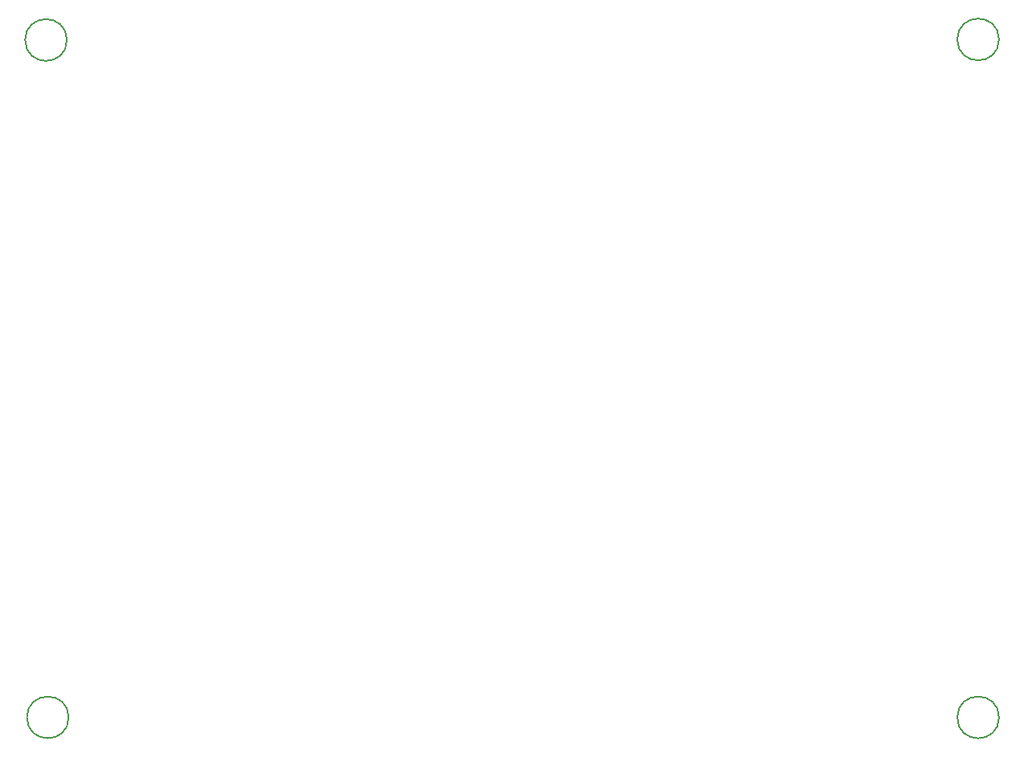
<source format=gbr>
%TF.GenerationSoftware,KiCad,Pcbnew,7.0.9*%
%TF.CreationDate,2024-05-06T10:06:48+02:00*%
%TF.ProjectId,Kicad_Passage_A_niveau_Stockage,4b696361-645f-4506-9173-736167655f41,rev?*%
%TF.SameCoordinates,Original*%
%TF.FileFunction,Other,Comment*%
%FSLAX46Y46*%
G04 Gerber Fmt 4.6, Leading zero omitted, Abs format (unit mm)*
G04 Created by KiCad (PCBNEW 7.0.9) date 2024-05-06 10:06:48*
%MOMM*%
%LPD*%
G01*
G04 APERTURE LIST*
%ADD10C,0.150000*%
G04 APERTURE END LIST*
D10*
%TO.C,REF3*%
X169097000Y-105226000D02*
G75*
G03*
X169097000Y-105226000I-2200000J0D01*
G01*
%TO.C,REF1*%
X70907000Y-33782000D02*
G75*
G03*
X70907000Y-33782000I-2200000J0D01*
G01*
%TO.C,REF4*%
X71097000Y-105226000D02*
G75*
G03*
X71097000Y-105226000I-2200000J0D01*
G01*
%TO.C,REF2*%
X169097000Y-33726000D02*
G75*
G03*
X169097000Y-33726000I-2200000J0D01*
G01*
%TD*%
M02*

</source>
